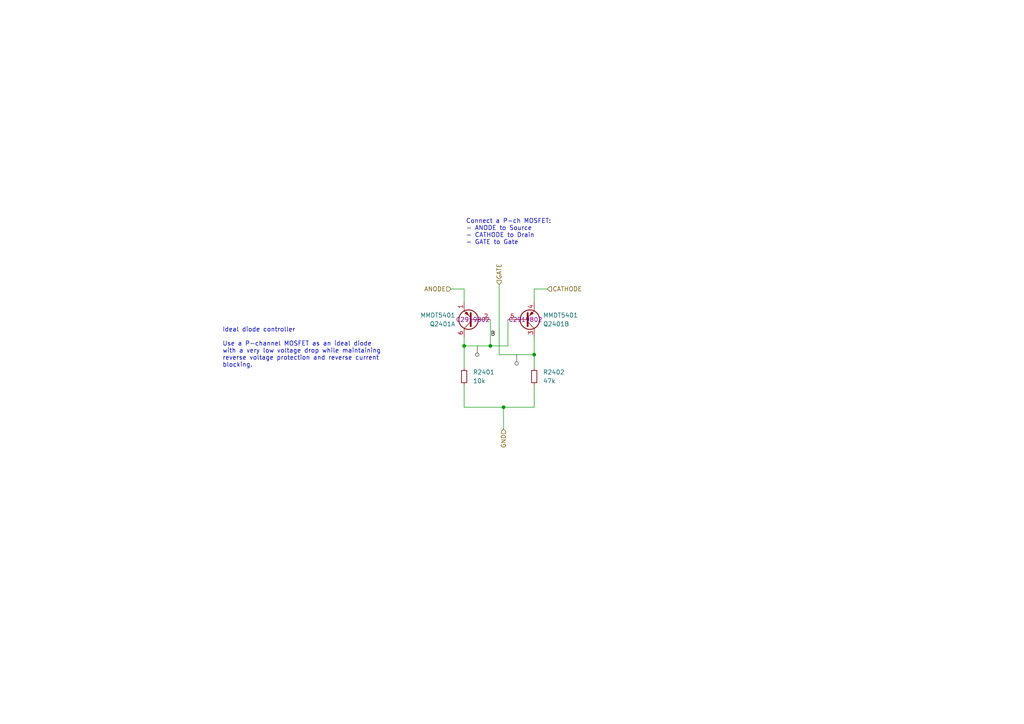
<source format=kicad_sch>
(kicad_sch (version 20250114) (generator "eeschema") (generator_version "9.0")
  (paper "A4")
  (title_block (title "HALPI2") (date "2025-01-26") (rev "v0.0.1") (company "Hat Labs Oy") (comment 1 "https://ohwr.org/cern_ohl_s_v2.pdf") (comment 2 "To view a copy of this license, visit ") (comment 3 "HALPI2 is licensed under CERN-OHL-S v2."))
  (lib_symbols
    (symbol "Device:R_Small" (pin_numbers (hide yes)) (pin_names (offset 0.254) (hide yes))
      (property "Reference" "R" (at 0.762 0.508 0))
      (property "Value" "R_Small" (at 0.762 -1.016 0))
      (symbol "R_Small_0_1"
        (rectangle (start -0.762 1.778) (end 0.762 -1.778) (stroke (width 0.2032)))
      )
      (symbol "R_Small_1_1"
        (pin passive line (at 0 2.54 270) (length 0.762) (name "~") (number "1"))
        (pin passive line (at 0 -2.54 90) (length 0.762) (name "~") (number "2"))
      )
    )
    (symbol "Transistor_BJT:MMDT5401" (pin_names (offset 0) (hide yes))
      (property "Reference" "Q" (at 5.08 1.27 0))
      (property "Value" "MMDT5401" (at 5.08 -1.27 0))
      (symbol "MMDT5401_0_1"
        (polyline (pts (xy 0.635 1.905) (xy 0.635 -1.905) (xy 0.635 -1.905)) (stroke (width 0.508)))
        (polyline (pts (xy 0.635 0.635) (xy 2.54 2.54)))
        (polyline (pts (xy 0.635 0) (xy -2.54 0)))
        (polyline (pts (xy 0.635 -0.635) (xy 2.54 -2.54) (xy 2.54 -2.54)))
        (circle (center 1.27 0) (radius 2.8194) (stroke (width 0.254)))
        (polyline (pts (xy 2.286 -1.778) (xy 1.778 -2.286) (xy 1.27 -1.27) (xy 2.286 -1.778) (xy 2.286 -1.778)) (fill (type outline)))
      )
      (symbol "MMDT5401_1_1"
        (pin input line (at -5.08 0 0) (length 2.54) (name "B1") (number "2"))
        (pin passive line (at 2.54 5.08 270) (length 2.54) (name "C1") (number "6"))
        (pin passive line (at 2.54 -5.08 90) (length 2.54) (name "E1") (number "1"))
      )
      (symbol "MMDT5401_2_1"
        (pin input line (at -5.08 0 0) (length 2.54) (name "B2") (number "5"))
        (pin passive line (at 2.54 5.08 270) (length 2.54) (name "C2") (number "3"))
        (pin passive line (at 2.54 -5.08 90) (length 2.54) (name "E2") (number "4"))
      )
    )
  )
  (text "Ideal diode controller\n\nUse a P-channel MOSFET as an ideal diode\nwith a very low voltage drop while maintaining\nreverse voltage protection and reverse current\nblocking." (at 64.516 100.838 0) (effects (font (size 1.27 1.27)) (justify left)))
  (text "Connect a P-ch MOSFET:\n- ANODE to Source\n- CATHODE to Drain\n- GATE to Gate" (at 135.128 67.31 0) (effects (font (size 1.27 1.27)) (justify left)))
  (junction (at 142.24 100.33))
  (junction (at 146.05 118.11))
  (junction (at 134.62 100.33))
  (junction (at 154.94 102.87))
  (wire (pts (xy 134.62 111.76) (xy 134.62 118.11)))
  (wire (pts (xy 134.62 100.33) (xy 134.62 106.68)))
  (wire (pts (xy 147.32 92.71) (xy 147.32 100.33)))
  (wire (pts (xy 154.94 83.82) (xy 158.75 83.82)))
  (wire (pts (xy 142.24 100.33) (xy 134.62 100.33)))
  (wire (pts (xy 142.24 92.71) (xy 142.24 100.33)))
  (wire (pts (xy 134.62 83.82) (xy 134.62 87.63)))
  (wire (pts (xy 130.81 83.82) (xy 134.62 83.82)))
  (wire (pts (xy 154.94 118.11) (xy 154.94 111.76)))
  (wire (pts (xy 134.62 118.11) (xy 146.05 118.11)))
  (wire (pts (xy 134.62 97.79) (xy 134.62 100.33)))
  (wire (pts (xy 154.94 97.79) (xy 154.94 102.87)))
  (wire (pts (xy 146.05 118.11) (xy 146.05 124.46)))
  (wire (pts (xy 144.78 102.87) (xy 144.78 82.55)))
  (wire (pts (xy 154.94 87.63) (xy 154.94 83.82)))
  (wire (pts (xy 154.94 102.87) (xy 144.78 102.87)))
  (wire (pts (xy 154.94 102.87) (xy 154.94 106.68)))
  (wire (pts (xy 146.05 118.11) (xy 154.94 118.11)))
  (wire (pts (xy 147.32 100.33) (xy 142.24 100.33)))
  (label "B" (at 142.24 97.79 0))
  (hierarchical_label "CATHODE" (shape input) (at 158.75 83.82 0))
  (hierarchical_label "ANODE" (shape input) (at 130.81 83.82 180))
  (hierarchical_label "GND" (shape input) (at 146.05 124.46 270))
  (hierarchical_label "GATE" (shape input) (at 144.78 82.55 90))
  (netclass_flag "" (length 2.54) (shape round) (at 149.86 102.87 180) (property "Netclass" "Analog" (effects (hide yes))))
  (netclass_flag "" (length 2.54) (shape round) (at 138.43 100.33 180) (property "Netclass" "Analog" (effects (hide yes))))
  (symbol (lib_id "Device:R_Small") (at 154.94 109.22 180) (unit 1)
    (property "Reference" "R2402" (at 157.48 107.9499 0) (effects (justify right)))
    (property "Value" "47k" (at 157.48 110.4899 0) (effects (justify right)))
    (property "Footprint" "Resistor_SMD:R_0402_1005Metric" (effects (hide yes)))
    (property "Description" "Resistor, small symbol" (effects (hide yes)))
    (property "LCSC" "C25792" (effects (hide yes)))
  )
  (symbol (lib_id "Device:R_Small") (at 134.62 109.22 180) (unit 1)
    (property "Reference" "R2401" (at 137.16 107.9499 0) (effects (justify right)))
    (property "Value" "10k" (at 137.16 110.4899 0) (effects (justify right)))
    (property "Footprint" "Resistor_SMD:R_0402_1005Metric" (effects (hide yes)))
    (property "Description" "Resistor, small symbol" (effects (hide yes)))
    (property "LCSC" "C25744" (effects (hide yes)))
  )
  (symbol (lib_id "Transistor_BJT:MMDT5401") (at 152.4 92.71 0) (mirror x) (unit 2)
    (property "Reference" "Q2401" (at 157.48 93.9801 0) (effects (justify left)))
    (property "Value" "MMDT5401" (at 157.48 91.4401 0) (effects (justify left)))
    (property "Footprint" "Package_TO_SOT_SMD:SOT-363_SC-70-6" (effects (hide yes)))
    (property "Datasheet" "http://www.diodes.com/_files/datasheets/ds30169.pdf" (effects (hide yes)))
    (property "Description" "200mA IC, 160V Vce, Dual PNP/PNP Transistors, SOT-363" (effects (hide yes)))
    (property "LCSC" "C2919802" (at 152.4 92.71 0))
  )
  (symbol (lib_id "Transistor_BJT:MMDT5401") (at 137.16 92.71 180) (unit 1)
    (property "Reference" "Q2401" (at 132.08 93.9801 0) (effects (justify left)))
    (property "Value" "MMDT5401" (at 132.08 91.4401 0) (effects (justify left)))
    (property "Footprint" "Package_TO_SOT_SMD:SOT-363_SC-70-6" (effects (hide yes)))
    (property "Datasheet" "http://www.diodes.com/_files/datasheets/ds30169.pdf" (effects (hide yes)))
    (property "Description" "200mA IC, 160V Vce, Dual PNP/PNP Transistors, SOT-363" (effects (hide yes)))
    (property "LCSC" "C2919802" (at 137.16 92.71 0))
  )
)
</source>
